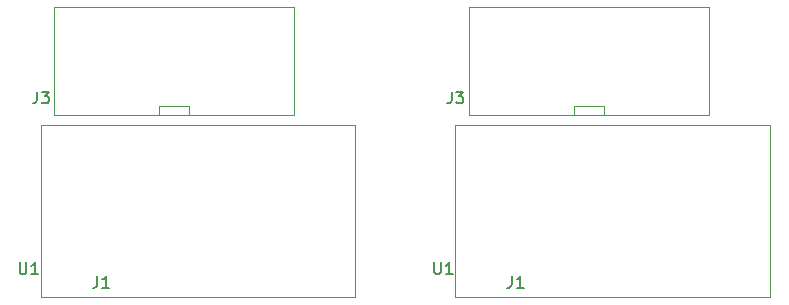
<source format=gbr>
%TF.GenerationSoftware,KiCad,Pcbnew,(5.1.9)-1*%
%TF.CreationDate,2021-06-29T00:03:32+02:00*%
%TF.ProjectId,mPCIE_to_CAN,6d504349-455f-4746-9f5f-43414e2e6b69,rev?*%
%TF.SameCoordinates,Original*%
%TF.FileFunction,Legend,Top*%
%TF.FilePolarity,Positive*%
%FSLAX46Y46*%
G04 Gerber Fmt 4.6, Leading zero omitted, Abs format (unit mm)*
G04 Created by KiCad (PCBNEW (5.1.9)-1) date 2021-06-29 00:03:32*
%MOMM*%
%LPD*%
G01*
G04 APERTURE LIST*
%ADD10C,0.120000*%
%ADD11C,0.150000*%
G04 APERTURE END LIST*
D10*
%TO.C,J3*%
X209556200Y-62764400D02*
X209556200Y-53664400D01*
X209556200Y-62764400D02*
X229856200Y-62764400D01*
X209556200Y-53664400D02*
X229856200Y-53664400D01*
X229856200Y-62764400D02*
X229856200Y-53664400D01*
X218436200Y-62024400D02*
X220976200Y-62024400D01*
X220976200Y-62024400D02*
X220976200Y-62764400D01*
X218436200Y-62024400D02*
X218436200Y-62764400D01*
%TO.C,U1*%
X208413360Y-78183880D02*
X208413360Y-63583880D01*
X208413360Y-78183880D02*
X235013360Y-78183880D01*
X235013360Y-78183880D02*
X235013360Y-63583880D01*
X208413360Y-63583880D02*
X235013360Y-63583880D01*
%TO.C,J3*%
X183337200Y-62026800D02*
X183337200Y-62766800D01*
X185877200Y-62026800D02*
X185877200Y-62766800D01*
X183337200Y-62026800D02*
X185877200Y-62026800D01*
X194757200Y-62766800D02*
X194757200Y-53666800D01*
X174457200Y-53666800D02*
X194757200Y-53666800D01*
X174457200Y-62766800D02*
X194757200Y-62766800D01*
X174457200Y-62766800D02*
X174457200Y-53666800D01*
%TO.C,U1*%
X173314360Y-63586280D02*
X199914360Y-63586280D01*
X199914360Y-78186280D02*
X199914360Y-63586280D01*
X173314360Y-78186280D02*
X199914360Y-78186280D01*
X173314360Y-78186280D02*
X173314360Y-63586280D01*
%TO.C,J3*%
D11*
X208095266Y-60790980D02*
X208095266Y-61505266D01*
X208047647Y-61648123D01*
X207952409Y-61743361D01*
X207809552Y-61790980D01*
X207714314Y-61790980D01*
X208476219Y-60790980D02*
X209095266Y-60790980D01*
X208761933Y-61171933D01*
X208904790Y-61171933D01*
X209000028Y-61219552D01*
X209047647Y-61267171D01*
X209095266Y-61362409D01*
X209095266Y-61600504D01*
X209047647Y-61695742D01*
X209000028Y-61743361D01*
X208904790Y-61790980D01*
X208619076Y-61790980D01*
X208523838Y-61743361D01*
X208476219Y-61695742D01*
%TO.C,U1*%
X206625295Y-75243580D02*
X206625295Y-76053104D01*
X206672914Y-76148342D01*
X206720533Y-76195961D01*
X206815771Y-76243580D01*
X207006247Y-76243580D01*
X207101485Y-76195961D01*
X207149104Y-76148342D01*
X207196723Y-76053104D01*
X207196723Y-75243580D01*
X208196723Y-76243580D02*
X207625295Y-76243580D01*
X207911009Y-76243580D02*
X207911009Y-75243580D01*
X207815771Y-75386438D01*
X207720533Y-75481676D01*
X207625295Y-75529295D01*
%TO.C,J1*%
X213200666Y-76411980D02*
X213200666Y-77126266D01*
X213153047Y-77269123D01*
X213057809Y-77364361D01*
X212914952Y-77411980D01*
X212819714Y-77411980D01*
X214200666Y-77411980D02*
X213629238Y-77411980D01*
X213914952Y-77411980D02*
X213914952Y-76411980D01*
X213819714Y-76554838D01*
X213724476Y-76650076D01*
X213629238Y-76697695D01*
%TO.C,J3*%
X172996266Y-60793380D02*
X172996266Y-61507666D01*
X172948647Y-61650523D01*
X172853409Y-61745761D01*
X172710552Y-61793380D01*
X172615314Y-61793380D01*
X173377219Y-60793380D02*
X173996266Y-60793380D01*
X173662933Y-61174333D01*
X173805790Y-61174333D01*
X173901028Y-61221952D01*
X173948647Y-61269571D01*
X173996266Y-61364809D01*
X173996266Y-61602904D01*
X173948647Y-61698142D01*
X173901028Y-61745761D01*
X173805790Y-61793380D01*
X173520076Y-61793380D01*
X173424838Y-61745761D01*
X173377219Y-61698142D01*
%TO.C,U1*%
X171526295Y-75245980D02*
X171526295Y-76055504D01*
X171573914Y-76150742D01*
X171621533Y-76198361D01*
X171716771Y-76245980D01*
X171907247Y-76245980D01*
X172002485Y-76198361D01*
X172050104Y-76150742D01*
X172097723Y-76055504D01*
X172097723Y-75245980D01*
X173097723Y-76245980D02*
X172526295Y-76245980D01*
X172812009Y-76245980D02*
X172812009Y-75245980D01*
X172716771Y-75388838D01*
X172621533Y-75484076D01*
X172526295Y-75531695D01*
%TO.C,J1*%
X178101666Y-76414380D02*
X178101666Y-77128666D01*
X178054047Y-77271523D01*
X177958809Y-77366761D01*
X177815952Y-77414380D01*
X177720714Y-77414380D01*
X179101666Y-77414380D02*
X178530238Y-77414380D01*
X178815952Y-77414380D02*
X178815952Y-76414380D01*
X178720714Y-76557238D01*
X178625476Y-76652476D01*
X178530238Y-76700095D01*
%TD*%
M02*

</source>
